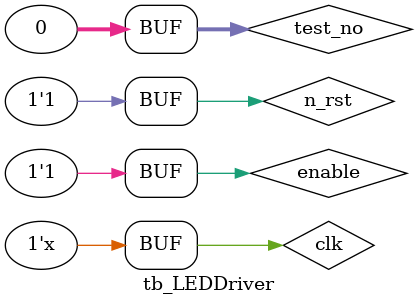
<source format=sv>
module tb_LEDDriver();

parameter MATRIX_WIDTH = 64; //Number of columns in pixels
parameter MATRIX_HEIGHT = 32; //Number of rows in pixels
parameter DATA_WIDTH = 8; //log2 of Resolution of PWM signal
parameter MUX_LENGTH = 4; //Length of mux
parameter WAIT_COUNT_LENGTH = 17; //log2 of 2^(current_BCM_Bit-1)*MATRIX_WIDTH*MATRIX_HEIGHT/2
parameter ROW_LENGTH = 7; //log2 of MATRIX_WIDTH
parameter SCAN_VAL_LENGTH = 5;

logic clk;
logic n_rst;
integer test_no;

logic enable;
logic [SCAN_VAL_LENGTH-1:0] scan_val;
logic [DATA_WIDTH-1:0] current_bcm_bit;
logic [MUX_LENGTH-1:0] mux_val;
logic clk_out;
logic latch_SR;
logic sr_enable;
logic latch_pts;

always #5 clk = ~clk;


LEDdriver driverController
(
	.clk(clk),
	.n_rst(n_rst),
	.enable(enable),
	
	.scan_val(scan_val),
	.current_bcm_bit(current_bcm_bit),
	.mux_val(mux_val),
	.clk_out(clk_out),
	.latch_SR(latch_SR),
	.sr_enable(sr_enable),
	.latch_pts(latch_pts)
);


initial 
begin
clk = 1'b0;
n_rst = 1'b1;
test_no = 0;
//Reset
#1
n_rst = 1'b0;
#1
n_rst = 1'b1;

//Enable, should automatically send outputs
enable = 1'b1;

//See what it does ??
end

endmodule

</source>
